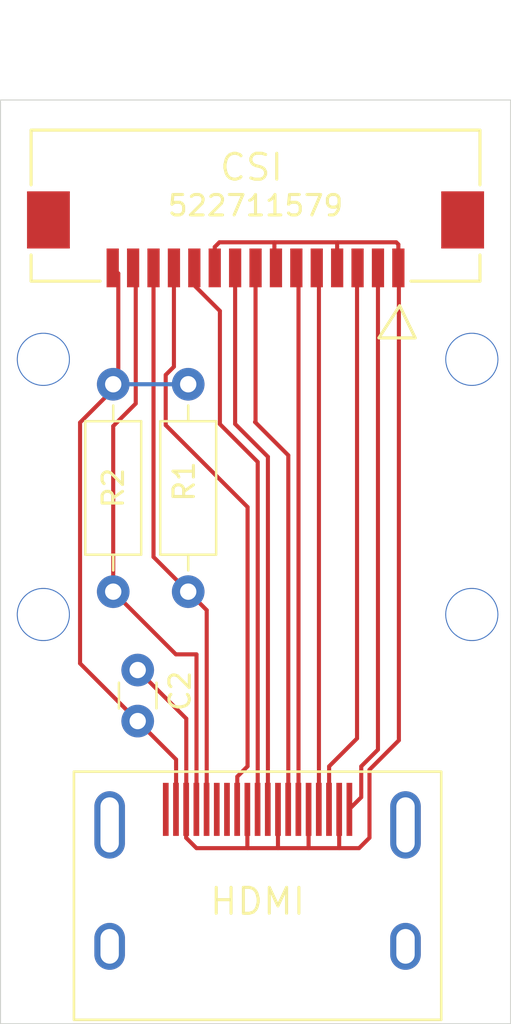
<source format=kicad_pcb>
(kicad_pcb (version 20240108) (generator "pcbnew") (generator_version "8.0")
  (layers (0 "F.Cu" signal) (31 "B.Cu" signal) (34 "B.Paste" user) (35 "F.Paste" user) (36 "B.SilkS" user "B.Silkscreen") (37 "F.SilkS" user "F.Silkscreen") (38 "B.Mask" user) (39 "F.Mask" user) (44 "Edge.Cuts" user))
  (net 0 "")
  (net 1 "GND")
  (net 2 "+3V3")
  (net 3 "/SCL0")
  (net 4 "/SDA0")
  (net 5 "/CAM_CLK")
  (net 6 "/CAM1-DP0")
  (net 7 "/CAM1-DN1")
  (net 8 "/CAM1_CN")
  (net 9 "/CAM1-DP1")
  (net 11 "/CAM1-DN0")
  (net 14 "/CAM_GPIO")
  (net 15 "/CAM1_CP")
  (footprint "" (layer "F.Cu") (at 138.1011 91.7536)
    (property "Reference" "@HOLE1" (hide yes))
    (property "Value" "")
    (pad "" np_thru_hole circle (at 0 0) (size 2.6 2.6) (drill 2.5) (layers "F&B.Cu" "*.Mask"))
  )
  (footprint "hdmi to ffc:CON_522711579_MOL" (layer "F.Cu") (at 148.499986 84.225 180)
    (property "Reference" "X1" (hide yes))
    (property "Value" "CON_522711579_MOL")
    (fp_line (start 10.999978 3.7) (end 10.999978 1.017501) (stroke (width 0.1524)) (layer "F.SilkS"))
    (fp_line (start 10.999978 -2.417498) (end 10.999978 -3.7) (stroke (width 0.1524)) (layer "F.SilkS"))
    (fp_line (start 10.999978 -3.7) (end 7.617514 -3.7) (stroke (width 0.1524)) (layer "F.SilkS"))
    (fp_line (start -6.046978 -6.478999) (end -7.062978 -4.904199) (stroke (width 0.1524)) (layer "F.SilkS"))
    (fp_line (start -7.617486 -3.7) (end -10.999978 -3.7) (stroke (width 0.1524)) (layer "F.SilkS"))
    (fp_line (start -7.824978 -6.478999) (end -6.046978 -6.478999) (stroke (width 0.1524)) (layer "F.SilkS"))
    (fp_line (start -7.824978 -6.478999) (end -7.062978 -4.904199) (stroke (width 0.1524)) (layer "F.SilkS"))
    (fp_line (start -10.999978 3.7) (end 10.999978 3.7) (stroke (width 0.1524)) (layer "F.SilkS"))
    (fp_line (start -10.999978 1.017501) (end -10.999978 3.7) (stroke (width 0.1524)) (layer "F.SilkS"))
    (fp_line (start -10.999978 -3.7) (end -10.999978 -2.417498) (stroke (width 0.1524)) (layer "F.SilkS"))
    (fp_text user "522711579" (at 0 0 0) (layer "F.SilkS"))
    (pad "1" smd rect (at -6.999986 -3.049999 180) (size 0.6 1.9) (layers "F.Cu" "F.Paste" "F.Mask") (net 1 "GND"))
    (pad "2" smd rect (at -5.999985 -3.049999 180) (size 0.6 1.9) (layers "F.Cu" "F.Paste" "F.Mask") (net 11 "/CAM1-DN0"))
    (pad "3" smd rect (at -4.999985 -3.049999 180) (size 0.6 1.9) (layers "F.Cu" "F.Paste" "F.Mask") (net 6 "/CAM1-DP0"))
    (pad "4" smd rect (at -3.999987 -3.049999 180) (size 0.6 1.9) (layers "F.Cu" "F.Paste" "F.Mask") (net 1 "GND"))
    (pad "5" smd rect (at -2.999986 -3.049999 180) (size 0.6 1.9) (layers "F.Cu" "F.Paste" "F.Mask") (net 7 "/CAM1-DN1"))
    (pad "6" smd rect (at -1.999986 -3.049999 180) (size 0.6 1.9) (layers "F.Cu" "F.Paste" "F.Mask") (net 9 "/CAM1-DP1"))
    (pad "7" smd rect (at -0.999985 -3.049999 180) (size 0.6 1.9) (layers "F.Cu" "F.Paste" "F.Mask") (net 1 "GND"))
    (pad "8" smd rect (at 0.000015 -3.049999 180) (size 0.6 1.9) (layers "F.Cu" "F.Paste" "F.Mask") (net 8 "/CAM1_CN"))
    (pad "9" smd rect (at 1.000013 -3.049999 180) (size 0.6 1.9) (layers "F.Cu" "F.Paste" "F.Mask") (net 15 "/CAM1_CP"))
    (pad "10" smd rect (at 2.000014 -3.049999 180) (size 0.6 1.9) (layers "F.Cu" "F.Paste" "F.Mask") (net 1 "GND"))
    (pad "11" smd rect (at 3.000014 -3.049999 180) (size 0.6 1.9) (layers "F.Cu" "F.Paste" "F.Mask") (net 14 "/CAM_GPIO"))
    (pad "12" smd rect (at 4.000015 -3.049999 180) (size 0.6 1.9) (layers "F.Cu" "F.Paste" "F.Mask") (net 5 "/CAM_CLK"))
    (pad "13" smd rect (at 5.000015 -3.049999 180) (size 0.6 1.9) (layers "F.Cu" "F.Paste" "F.Mask") (net 3 "/SCL0"))
    (pad "14" smd rect (at 6.000013 -3.049999 180) (size 0.6 1.9) (layers "F.Cu" "F.Paste" "F.Mask") (net 4 "/SDA0"))
    (pad "15" smd rect (at 7.000014 -3.049999 180) (size 0.6 1.9) (layers "F.Cu" "F.Paste" "F.Mask") (net 2 "+3V3"))
    (pad "P1" smd rect (at -10.149986 -0.699999 180) (size 2.1 2.799999) (layers "F.Cu" "F.Paste" "F.Mask"))
    (pad "P2" smd rect (at 10.149986 -0.699999 180) (size 2.1 2.799999) (layers "F.Cu" "F.Paste" "F.Mask"))
  )
  (footprint "Resistor_THT:R_Axial_DIN0207_L6.3mm_D2.5mm_P10.16mm_Horizontal" (layer "F.Cu") (at 141.525 103.135 90)
    (property "Reference" "R2" (at 5.08 0 90) (layer "F.SilkS"))
    (property "Value" "1,6K")
    (fp_line (start 8.35 -1.37) (end 1.81 -1.37) (stroke (width 0.12)) (layer "F.SilkS"))
    (fp_line (start 1.81 -1.37) (end 1.81 1.37) (stroke (width 0.12)) (layer "F.SilkS"))
    (fp_line (start 9.12 0) (end 8.35 0) (stroke (width 0.12)) (layer "F.SilkS"))
    (fp_line (start 1.04 0) (end 1.81 0) (stroke (width 0.12)) (layer "F.SilkS"))
    (fp_line (start 8.35 1.37) (end 8.35 -1.37) (stroke (width 0.12)) (layer "F.SilkS"))
    (fp_line (start 1.81 1.37) (end 8.35 1.37) (stroke (width 0.12)) (layer "F.SilkS"))
    (pad "1" thru_hole circle (at 0 0 90) (size 1.6 1.6) (drill 0.8) (layers "*.Cu" "*.Mask") (net 4 "/SDA0"))
    (pad "2" thru_hole oval (at 10.16 0 90) (size 1.6 1.6) (drill 0.8) (layers "*.Cu" "*.Mask") (net 2 "+3V3"))
  )
  (footprint "Capacitor_THT:C_Disc_D3.0mm_W1.6mm_P2.50mm" (layer "F.Cu") (at 142.725 109.475 90)
    (property "Reference" "C2" (at 1.475 2.075 90) (layer "F.SilkS"))
    (property "Value" "0.1uF")
    (fp_line (start 0.621 -0.92) (end 1.879 -0.92) (stroke (width 0.12)) (layer "F.SilkS"))
    (fp_line (start 0.621 0.92) (end 1.879 0.92) (stroke (width 0.12)) (layer "F.SilkS"))
    (pad "1" thru_hole circle (at 0 0 90) (size 1.6 1.6) (drill 0.8) (layers "*.Cu" "*.Mask") (net 2 "+3V3"))
    (pad "2" thru_hole circle (at 2.5 0 90) (size 1.6 1.6) (drill 0.8) (layers "*.Cu" "*.Mask") (net 1 "GND"))
  )
  (footprint "hdmi to ffc:HDMI" (layer "F.Cu") (at 148.6 115.01)
    (property "Reference" "HDMI" (at 0 3.3 0) (layer "F.SilkS") (effects (font (size 1.27 1.27))))
    (property "Value" "HDMI Molex 2086581081" (hide yes))
    (fp_line (start -9 -3.058) (end -9 9.1) (stroke (width 0.127)) (layer "F.SilkS"))
    (fp_line (start 9 -3.058) (end -9 -3.058) (stroke (width 0.127)) (layer "F.SilkS"))
    (fp_line (start 9 9.1) (end -9 9.1) (stroke (width 0.127)) (layer "F.SilkS"))
    (fp_line (start 9 9.1) (end 9 -3.058) (stroke (width 0.127)) (layer "F.SilkS"))
    (pad "P$1" smd rect (at -4.5 -1.21 90) (size 2.6 0.28) (layers "F.Cu" "F.Paste" "F.Mask") (clearance 0.1))
    (pad "P$2" smd rect (at -4 -1.21 90) (size 2.6 0.28) (layers "F.Cu" "F.Paste" "F.Mask") (net 2 "+3V3") (clearance 0.1))
    (pad "P$3" smd rect (at -3.5 -1.21 90) (size 2.6 0.28) (layers "F.Cu" "F.Paste" "F.Mask") (net 1 "GND") (clearance 0.1))
    (pad "P$4" smd rect (at -3 -1.21 90) (size 2.6 0.28) (layers "F.Cu" "F.Paste" "F.Mask") (net 4 "/SDA0") (clearance 0.1))
    (pad "P$5" smd rect (at -2.5 -1.21 90) (size 2.6 0.28) (layers "F.Cu" "F.Paste" "F.Mask") (net 3 "/SCL0") (clearance 0.1))
    (pad "P$6" smd rect (at -2 -1.21 90) (size 2.6 0.28) (layers "F.Cu" "F.Paste" "F.Mask") (clearance 0.1))
    (pad "P$7" smd rect (at -1.5 -1.21 90) (size 2.6 0.28) (layers "F.Cu" "F.Paste" "F.Mask") (clearance 0.1))
    (pad "P$8" smd rect (at -1 -1.21 90) (size 2.6 0.28) (layers "F.Cu" "F.Paste" "F.Mask") (net 5 "/CAM_CLK") (clearance 0.1))
    (pad "P$9" smd rect (at -0.5 -1.21 90) (size 2.6 0.28) (layers "F.Cu" "F.Paste" "F.Mask") (net 1 "GND") (clearance 0.1))
    (pad "P$10" smd rect (at 0 -1.21 90) (size 2.6 0.28) (layers "F.Cu" "F.Paste" "F.Mask") (net 14 "/CAM_GPIO") (clearance 0.1))
    (pad "P$11" smd rect (at 0.5 -1.21 90) (size 2.6 0.28) (layers "F.Cu" "F.Paste" "F.Mask") (net 15 "/CAM1_CP") (clearance 0.1))
    (pad "P$12" smd rect (at 1 -1.21 90) (size 2.6 0.28) (layers "F.Cu" "F.Paste" "F.Mask") (net 1 "GND") (clearance 0.1))
    (pad "P$13" smd rect (at 1.5 -1.21 90) (size 2.6 0.28) (layers "F.Cu" "F.Paste" "F.Mask") (net 8 "/CAM1_CN") (clearance 0.1))
    (pad "P$14" smd rect (at 2 -1.21 90) (size 2.6 0.28) (layers "F.Cu" "F.Paste" "F.Mask") (net 9 "/CAM1-DP1") (clearance 0.1))
    (pad "P$15" smd rect (at 2.5 -1.21 90) (size 2.6 0.28) (layers "F.Cu" "F.Paste" "F.Mask") (net 1 "GND") (clearance 0.1))
    (pad "P$16" smd rect (at 3 -1.21 90) (size 2.6 0.28) (layers "F.Cu" "F.Paste" "F.Mask") (net 7 "/CAM1-DN1") (clearance 0.1))
    (pad "P$17" smd rect (at 3.5 -1.21 90) (size 2.6 0.28) (layers "F.Cu" "F.Paste" "F.Mask") (net 6 "/CAM1-DP0") (clearance 0.1))
    (pad "P$18" smd rect (at 4 -1.21 90) (size 2.6 0.28) (layers "F.Cu" "F.Paste" "F.Mask") (net 1 "GND") (clearance 0.1))
    (pad "P$19" smd rect (at 4.5 -1.21 90) (size 2.6 0.28) (layers "F.Cu" "F.Paste" "F.Mask") (net 11 "/CAM1-DN0") (clearance 0.1))
    (pad "P$20" thru_hole oval (at -7.25 -0.45) (size 1.5 3.3) (drill oval 0.9 2.7) (layers "*.Cu" "*.Mask"))
    (pad "P$21" thru_hole oval (at -7.25 5.5) (size 1.5 2.3) (drill oval 0.9 1.7) (layers "*.Cu" "*.Mask"))
    (pad "P$22" thru_hole oval (at 7.25 5.5) (size 1.5 2.3) (drill oval 0.9 1.7) (layers "*.Cu" "*.Mask"))
    (pad "P$23" thru_hole oval (at 7.25 -0.45) (size 1.5 3.3) (drill oval 0.9 2.7) (layers "*.Cu" "*.Mask"))
  )
  (footprint "" (layer "F.Cu") (at 159.1011 91.7536)
    (property "Reference" "@HOLE0" (hide yes))
    (property "Value" "")
    (pad "" np_thru_hole circle (at 0 0) (size 2.6 2.6) (drill 2.5) (layers "F&B.Cu" "*.Mask"))
  )
  (footprint "" (layer "F.Cu") (at 138.1 104.254)
    (property "Reference" "@HOLE2" (hide yes))
    (property "Value" "")
    (pad "" np_thru_hole circle (at 0 0) (size 2.6 2.6) (drill 2.5) (layers "F&B.Cu" "*.Mask"))
  )
  (footprint "Resistor_THT:R_Axial_DIN0207_L6.3mm_D2.5mm_P10.16mm_Horizontal" (layer "F.Cu") (at 145.2 103.135 90)
    (property "Reference" "R1" (at 5.4 -0.2 90) (layer "F.SilkS"))
    (property "Value" "1,6K")
    (fp_line (start 8.35 -1.37) (end 1.81 -1.37) (stroke (width 0.12)) (layer "F.SilkS"))
    (fp_line (start 1.81 -1.37) (end 1.81 1.37) (stroke (width 0.12)) (layer "F.SilkS"))
    (fp_line (start 9.12 0) (end 8.35 0) (stroke (width 0.12)) (layer "F.SilkS"))
    (fp_line (start 1.04 0) (end 1.81 0) (stroke (width 0.12)) (layer "F.SilkS"))
    (fp_line (start 8.35 1.37) (end 8.35 -1.37) (stroke (width 0.12)) (layer "F.SilkS"))
    (fp_line (start 1.81 1.37) (end 8.35 1.37) (stroke (width 0.12)) (layer "F.SilkS"))
    (pad "1" thru_hole circle (at 0 0 90) (size 1.6 1.6) (drill 0.8) (layers "*.Cu" "*.Mask") (net 3 "/SCL0"))
    (pad "2" thru_hole oval (at 10.16 0 90) (size 1.6 1.6) (drill 0.8) (layers "*.Cu" "*.Mask") (net 2 "+3V3"))
  )
  (footprint "" (layer "F.Cu") (at 159.1 104.254)
    (property "Reference" "@HOLE3" (hide yes))
    (property "Value" "")
    (pad "" np_thru_hole circle (at 0 0) (size 2.6 2.6) (drill 2.5) (layers "F&B.Cu" "*.Mask"))
  )
  (gr_rect (start 136.0011 79.05) (end 161.0011 124.3) (stroke (width 0.05)) (fill none) (layer "Edge.Cuts"))
  (gr_text "CSI\n" (at 148.3 82.35 0) (layer "F.SilkS") (effects (font (size 1.27 1.27))))
  (segment (start 154.084552 115.190992) (end 153.575544 115.7) (width 0.2) (layer "F.Cu") (net 1))
  (segment (start 152.499973 86.046826) (end 152.499973 87.274999) (width 0.2) (layer "F.Cu") (net 1))
  (segment (start 153.575544 115.7) (end 152.6 115.7) (width 0.2) (layer "F.Cu") (net 1))
  (segment (start 149.425 87.200028) (end 149.499971 87.274999) (width 0.2) (layer "F.Cu") (net 1))
  (segment (start 152.525 86.021799) (end 152.499973 86.046826) (width 0.2) (layer "F.Cu") (net 1))
  (segment (start 149.425 86.021799) (end 149.425 87.200028) (width 0.2) (layer "F.Cu") (net 1))
  (segment (start 155.525 110.418376) (end 154.084552 111.858824) (width 0.2) (layer "F.Cu") (net 1))
  (segment (start 154.084552 111.858824) (end 154.084552 115.190992) (width 0.2) (layer "F.Cu") (net 1))
  (segment (start 145.106516 109.356516) (end 142.725 106.975) (width 0.2) (layer "F.Cu") (net 1))
  (segment (start 146.499972 86.250028) (end 146.499972 87.274999) (width 0.2) (layer "F.Cu") (net 1))
  (segment (start 149.6 113.8) (end 149.6 115.7) (width 0.2) (layer "F.Cu") (net 1))
  (segment (start 155.525 87.300027) (end 155.525 110.418376) (width 0.2) (layer "F.Cu") (net 1))
  (segment (start 155.499972 87.274999) (end 155.499972 86.124999) (width 0.2) (layer "F.Cu") (net 1))
  (segment (start 152.525 86.021799) (end 149.425 86.021799) (width 0.2) (layer "F.Cu") (net 1))
  (segment (start 155.499972 87.274999) (end 155.525 87.300027) (width 0.2) (layer "F.Cu") (net 1))
  (segment (start 149.6 115.7) (end 148.1 115.7) (width 0.2) (layer "F.Cu") (net 1))
  (segment (start 151.1 113.8) (end 151.1 115.7) (width 0.2) (layer "F.Cu") (net 1))
  (segment (start 149.425 86.021799) (end 146.728201 86.021799) (width 0.2) (layer "F.Cu") (net 1))
  (segment (start 145.606516 115.7) (end 145.1 115.193484) (width 0.2) (layer "F.Cu") (net 1))
  (segment (start 148.1 115.7) (end 145.606516 115.7) (width 0.2) (layer "F.Cu") (net 1))
  (segment (start 152.6 113.8) (end 152.6 115.7) (width 0.2) (layer "F.Cu") (net 1))
  (segment (start 148.1 113.8) (end 148.1 115.7) (width 0.2) (layer "F.Cu") (net 1))
  (segment (start 155.499972 86.124999) (end 155.396772 86.021799) (width 0.2) (layer "F.Cu") (net 1))
  (segment (start 155.396772 86.021799) (end 152.525 86.021799) (width 0.2) (layer "F.Cu") (net 1))
  (segment (start 145.1 115.193484) (end 145.1 113.8) (width 0.2) (layer "F.Cu") (net 1))
  (segment (start 151.1 115.7) (end 149.6 115.7) (width 0.2) (layer "F.Cu") (net 1))
  (segment (start 146.728201 86.021799) (end 146.499972 86.250028) (width 0.2) (layer "F.Cu") (net 1))
  (segment (start 152.6 115.7) (end 151.1 115.7) (width 0.2) (layer "F.Cu") (net 1))
  (segment (start 145.106516 113.779028) (end 145.106516 109.356516) (width 0.2) (layer "F.Cu") (net 1))
  (segment (start 141.775 92.975) (end 141.775 87.550027) (width 0.2) (layer "F.Cu") (net 2))
  (segment (start 142.725 109.475) (end 139.9 106.65) (width 0.2) (layer "F.Cu") (net 2))
  (segment (start 139.9 106.65) (end 139.9 94.85) (width 0.2) (layer "F.Cu") (net 2))
  (segment (start 141.775 87.550027) (end 141.499972 87.274999) (width 0.2) (layer "F.Cu") (net 2))
  (segment (start 144.606516 111.356516) (end 144.606516 113.779028) (width 0.2) (layer "F.Cu") (net 2))
  (segment (start 139.9 94.85) (end 141.775 92.975) (width 0.2) (layer "F.Cu") (net 2))
  (segment (start 142.725 109.475) (end 144.606516 111.356516) (width 0.2) (layer "F.Cu") (net 2))
  (segment (start 145.2 92.975) (end 141.525 92.975) (width 0.2) (layer "B.Cu") (net 2))
  (segment (start 143.499971 101.434971) (end 145.2 103.135) (width 0.2) (layer "F.Cu") (net 3))
  (segment (start 145.2 103.135) (end 146.106516 104.041516) (width 0.2) (layer "F.Cu") (net 3))
  (segment (start 143.499971 87.274999) (end 143.499971 101.434971) (width 0.2) (layer "F.Cu") (net 3))
  (segment (start 146.106516 104.041516) (end 146.106516 113.779028) (width 0.2) (layer "F.Cu") (net 3))
  (segment (start 141.525 95.025) (end 142.6282 93.9218) (width 0.2) (layer "F.Cu") (net 4))
  (segment (start 142.6282 93.9218) (end 142.6282 87.403226) (width 0.2) (layer "F.Cu") (net 4))
  (segment (start 145.606516 106.206516) (end 144.596516 106.206516) (width 0.2) (layer "F.Cu") (net 4))
  (segment (start 142.6282 87.403226) (end 142.499973 87.274999) (width 0.2) (layer "F.Cu") (net 4))
  (segment (start 145.606516 113.779028) (end 145.606516 106.206516) (width 0.2) (layer "F.Cu") (net 4))
  (segment (start 141.525 103.135) (end 141.525 95.025) (width 0.2) (layer "F.Cu") (net 4))
  (segment (start 144.596516 106.206516) (end 141.525 103.135) (width 0.2) (layer "F.Cu") (net 4))
  (segment (start 147.606516 112.193484) (end 147.606516 113.779028) (width 0.2) (layer "F.Cu") (net 5))
  (segment (start 144.499971 92.114868) (end 144.0968 92.518039) (width 0.2) (layer "F.Cu") (net 5))
  (segment (start 148.109552 111.690448) (end 147.606516 112.193484) (width 0.2) (layer "F.Cu") (net 5))
  (segment (start 148.109552 98.990435) (end 148.109552 111.690448) (width 0.2) (layer "F.Cu") (net 5))
  (segment (start 144.0968 92.518039) (end 144.0968 94.977683) (width 0.2) (layer "F.Cu") (net 5))
  (segment (start 144.499971 87.274999) (end 144.499971 92.114868) (width 0.2) (layer "F.Cu") (net 5))
  (segment (start 144.0968 94.977683) (end 148.109552 98.990435) (width 0.2) (layer "F.Cu") (net 5))
  (segment (start 153.499971 87.274999) (end 153.475 87.29997) (width 0.2) (layer "F.Cu") (net 6))
  (segment (start 152.106516 111.693484) (end 152.106516 113.779028) (width 0.2) (layer "F.Cu") (net 6))
  (segment (start 153.475 110.325) (end 152.106516 111.693484) (width 0.2) (layer "F.Cu") (net 6))
  (segment (start 153.475 87.29997) (end 153.475 110.325) (width 0.2) (layer "F.Cu") (net 6))
  (segment (start 151.606516 87.381543) (end 151.499972 87.274999) (width 0.2) (layer "F.Cu") (net 7))
  (segment (start 151.606516 113.779028) (end 151.606516 87.381543) (width 0.2) (layer "F.Cu") (net 7))
  (segment (start 148.499971 94.800029) (end 148.475 94.825) (width 0.2) (layer "F.Cu") (net 8))
  (segment (start 148.475 94.825) (end 150.106516 96.456516) (width 0.2) (layer "F.Cu") (net 8))
  (segment (start 148.499971 87.274999) (end 148.499971 94.800029) (width 0.2) (layer "F.Cu") (net 8))
  (segment (start 150.106516 96.456516) (end 150.106516 113.779028) (width 0.2) (layer "F.Cu") (net 8))
  (segment (start 150.606516 87.381543) (end 150.606516 113.779028) (width 0.2) (layer "F.Cu") (net 9))
  (segment (start 150.499972 87.274999) (end 150.606516 87.381543) (width 0.2) (layer "F.Cu") (net 9))
  (segment (start 154.5 87.275028) (end 154.499971 87.274999) (width 0.2) (layer "F.Cu") (net 11))
  (segment (start 154.5 110.873166) (end 154.5 87.275028) (width 0.2) (layer "F.Cu") (net 11))
  (segment (start 153.681352 111.691814) (end 154.5 110.873166) (width 0.2) (layer "F.Cu") (net 11))
  (segment (start 153.681352 113.204192) (end 153.681352 111.691814) (width 0.2) (layer "F.Cu") (net 11))
  (segment (start 153.106516 113.779028) (end 153.681352 113.204192) (width 0.2) (layer "F.Cu") (net 11))
  (segment (start 145.499972 87.274999) (end 145.499972 88.131399) (width 0.2) (layer "F.Cu") (net 14))
  (segment (start 148.606516 96.781516) (end 148.606516 113.779028) (width 0.2) (layer "F.Cu") (net 14))
  (segment (start 146.753172 89.384599) (end 146.753172 94.928172) (width 0.2) (layer "F.Cu") (net 14))
  (segment (start 146.753172 94.928172) (end 148.606516 96.781516) (width 0.2) (layer "F.Cu") (net 14))
  (segment (start 145.499972 88.131399) (end 146.753172 89.384599) (width 0.2) (layer "F.Cu") (net 14))
  (segment (start 147.499973 87.274999) (end 147.499973 94.920183) (width 0.2) (layer "F.Cu") (net 15))
  (segment (start 149.106516 96.526726) (end 149.106516 113.779028) (width 0.2) (layer "F.Cu") (net 15))
  (segment (start 147.499973 94.920183) (end 149.106516 96.526726) (width 0.2) (layer "F.Cu") (net 15))
)
</source>
